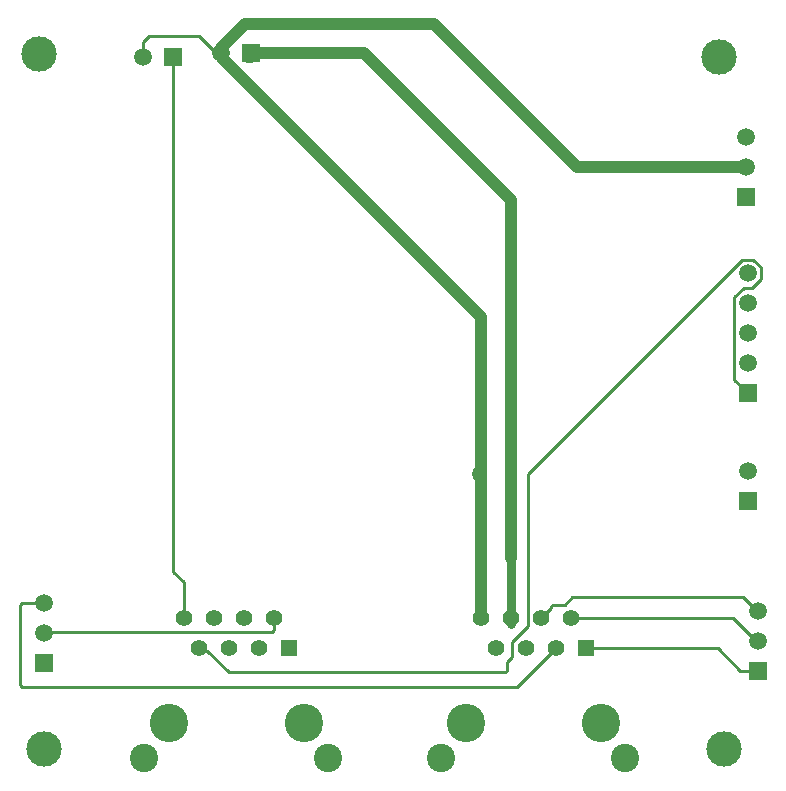
<source format=gbl>
%FSTAX23Y23*%
%MOIN*%
%SFA1B1*%

%IPPOS*%
%ADD20C,0.031496*%
%ADD21C,0.010000*%
%ADD22C,0.059055*%
%ADD23R,0.059055X0.059055*%
%ADD24C,0.094488*%
%ADD25C,0.055039*%
%ADD26R,0.055039X0.055039*%
%ADD27C,0.127952*%
%ADD28R,0.059055X0.059055*%
%ADD29C,0.050000*%
%ADD30C,0.118110*%
%ADD31C,0.039370*%
%ADD32C,0.019685*%
%LNbinbot_board_up-1*%
%LPD*%
G54D20*
X0172Y-02035D02*
Y-01835D01*
Y-02055D02*
Y-02035D01*
G54D21*
X00688Y-02143D02*
X00708D01*
X00781Y-02216D02*
X01702D01*
X0068Y-02135D02*
X00688Y-02143D01*
X00708D02*
X00781Y-02216D01*
X01708Y-0218D02*
X01719Y-0217D01*
X01708Y-02195D02*
Y-0218D01*
Y-0221D02*
Y-02195D01*
X01725Y-02115D02*
X01777Y-02062D01*
X01725Y-02164D02*
Y-02115D01*
X01719Y-0217D02*
X01725Y-02164D01*
X01702Y-02216D02*
X01708Y-0221D01*
X01777Y-02062D02*
Y-01554D01*
X02491Y-0084*
X0174Y-02265D02*
X0187Y-02135D01*
X00091Y-02265D02*
X0174D01*
X0182Y-02035D02*
X01855Y-02D01*
X0093Y-02074D02*
Y-02035D01*
X00908Y-0208D02*
X00924D01*
X0093Y-02074*
X0017Y-0208D02*
X00908D01*
X02465Y-0124D02*
Y-00966D01*
Y-0124D02*
X0251Y-01285D01*
X02465Y-00966D02*
X02497Y-00935D01*
X02523*
X02554Y-00903*
Y-00866*
X02528Y-0084D02*
X02554Y-00866D01*
X02491Y-0084D02*
X02528D01*
X02508Y-00885D02*
X0251D01*
X00515Y-00095D02*
X0068D01*
X0075Y-00165*
X02525Y-0221D02*
X02539D01*
X02564Y-02185*
X02525Y-0221D02*
X02569D01*
X02485D02*
X02525D01*
X00085Y-02259D02*
Y-0199D01*
X00091Y-01985D02*
X00165D01*
X00085Y-0199D02*
X00091Y-01985D01*
X0063Y-02035D02*
Y-01915D01*
X00595Y-0188D02*
X0063Y-01915D01*
X00595Y-00165D02*
Y-0188D01*
X00495Y-00115D02*
X00515Y-00095D01*
X00495Y-00165D02*
Y-00115D01*
X0246Y-02035D02*
X02547Y-02122D01*
X0192Y-02035D02*
X0246D01*
X0241Y-02135D02*
X02485Y-0221D01*
X0197Y-02135D02*
X0241D01*
X01925Y-01965D02*
X02465D01*
X01855Y-02D02*
Y-01995D01*
X019Y-0199D02*
X01925Y-01965D01*
X01855Y-01995D02*
X01861Y-0199D01*
X019*
X02495Y-01965D02*
X02542Y-02012D01*
X02465Y-01965D02*
X02495D01*
X00085Y-02259D02*
X00091Y-02265D01*
G54D22*
X00755Y-0015D03*
X0251Y-01545D03*
X02505Y-0043D03*
Y-0053D03*
X00495Y-00165D03*
X02545Y-0211D03*
Y-0201D03*
X00165Y-02085D03*
Y-01985D03*
X0251Y-00885D03*
Y-00985D03*
Y-01085D03*
Y-01185D03*
G54D23*
X00855Y-0015D03*
X00595Y-00165D03*
G54D24*
X00499Y-02501D03*
X01111D03*
X01489D03*
X02101D03*
G54D25*
X0063Y-02035D03*
X0068Y-02135D03*
X0093Y-02035D03*
X0073D03*
X0088Y-02135D03*
X0078D03*
X0083Y-02035D03*
X0162D03*
X0167Y-02135D03*
X0192Y-02035D03*
X0172D03*
X0187Y-02135D03*
X0177D03*
X0182Y-02035D03*
G54D26*
X0098Y-02135D03*
X0197D03*
G54D27*
X0058Y-02385D03*
X0103D03*
X0157D03*
X0202D03*
G54D28*
X0251Y-01645D03*
X02505Y-0063D03*
X02545Y-0221D03*
X00165Y-02185D03*
X0251Y-01285D03*
G54D29*
X01615Y-01555D03*
G54D30*
X00149Y-00154D03*
X02414Y-00164D03*
X0243Y-0247D03*
X00165D03*
G54D31*
X00755Y-00135D02*
X00835Y-00055D01*
X01465*
X0194Y-0053*
X02515*
X00755Y-00159D02*
X00759D01*
Y-00168D02*
X0162Y-0103D01*
Y-01555D02*
Y-0103D01*
X00759Y-00168D02*
Y-00159D01*
X0085Y-0015D02*
X0123D01*
X0172Y-01835D02*
Y-0064D01*
X0123Y-0015D02*
X0172Y-0064D01*
X00845Y-00165D02*
X00855D01*
X0162Y-02035D02*
Y-01555D01*
G54D32*
X0172Y-01835D02*
D01*
M02*
</source>
